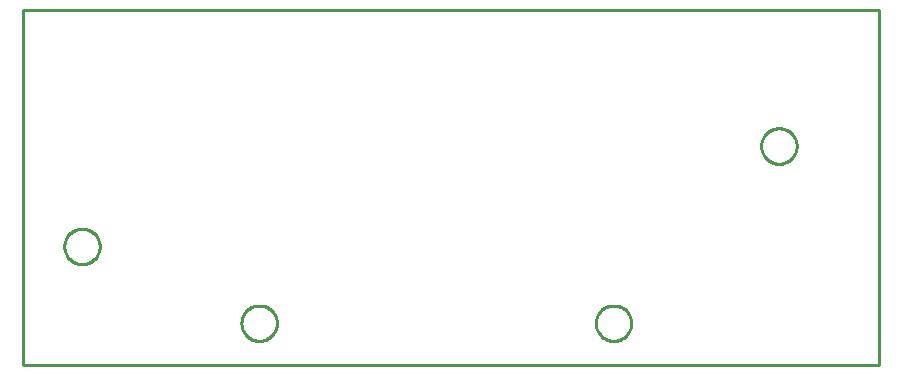
<source format=gbr>
G04 EAGLE Gerber RS-274X export*
G75*
%MOMM*%
%FSLAX34Y34*%
%LPD*%
%IN*%
%IPPOS*%
%AMOC8*
5,1,8,0,0,1.08239X$1,22.5*%
G01*
%ADD10C,0.254000*%


D10*
X0Y0D02*
X725000Y0D01*
X725000Y300000D01*
X0Y300000D01*
X0Y0D01*
X65000Y99464D02*
X64924Y98396D01*
X64771Y97335D01*
X64543Y96288D01*
X64241Y95260D01*
X63867Y94256D01*
X63422Y93281D01*
X62908Y92341D01*
X62329Y91440D01*
X61687Y90582D01*
X60985Y89772D01*
X60228Y89015D01*
X59418Y88313D01*
X58560Y87671D01*
X57659Y87092D01*
X56719Y86578D01*
X55744Y86133D01*
X54740Y85759D01*
X53712Y85457D01*
X52665Y85229D01*
X51604Y85076D01*
X50536Y85000D01*
X49464Y85000D01*
X48396Y85076D01*
X47335Y85229D01*
X46288Y85457D01*
X45260Y85759D01*
X44256Y86133D01*
X43281Y86578D01*
X42341Y87092D01*
X41440Y87671D01*
X40582Y88313D01*
X39772Y89015D01*
X39015Y89772D01*
X38313Y90582D01*
X37671Y91440D01*
X37092Y92341D01*
X36578Y93281D01*
X36133Y94256D01*
X35759Y95260D01*
X35457Y96288D01*
X35229Y97335D01*
X35076Y98396D01*
X35000Y99464D01*
X35000Y100536D01*
X35076Y101604D01*
X35229Y102665D01*
X35457Y103712D01*
X35759Y104740D01*
X36133Y105744D01*
X36578Y106719D01*
X37092Y107659D01*
X37671Y108560D01*
X38313Y109418D01*
X39015Y110228D01*
X39772Y110985D01*
X40582Y111687D01*
X41440Y112329D01*
X42341Y112908D01*
X43281Y113422D01*
X44256Y113867D01*
X45260Y114241D01*
X46288Y114543D01*
X47335Y114771D01*
X48396Y114924D01*
X49464Y115000D01*
X50536Y115000D01*
X51604Y114924D01*
X52665Y114771D01*
X53712Y114543D01*
X54740Y114241D01*
X55744Y113867D01*
X56719Y113422D01*
X57659Y112908D01*
X58560Y112329D01*
X59418Y111687D01*
X60228Y110985D01*
X60985Y110228D01*
X61687Y109418D01*
X62329Y108560D01*
X62908Y107659D01*
X63422Y106719D01*
X63867Y105744D01*
X64241Y104740D01*
X64543Y103712D01*
X64771Y102665D01*
X64924Y101604D01*
X65000Y100536D01*
X65000Y99464D01*
X655000Y184464D02*
X654924Y183396D01*
X654771Y182335D01*
X654543Y181288D01*
X654241Y180260D01*
X653867Y179256D01*
X653422Y178281D01*
X652908Y177341D01*
X652329Y176440D01*
X651687Y175582D01*
X650985Y174772D01*
X650228Y174015D01*
X649418Y173313D01*
X648560Y172671D01*
X647659Y172092D01*
X646719Y171578D01*
X645744Y171133D01*
X644740Y170759D01*
X643712Y170457D01*
X642665Y170229D01*
X641604Y170076D01*
X640536Y170000D01*
X639464Y170000D01*
X638396Y170076D01*
X637335Y170229D01*
X636288Y170457D01*
X635260Y170759D01*
X634256Y171133D01*
X633281Y171578D01*
X632341Y172092D01*
X631440Y172671D01*
X630582Y173313D01*
X629772Y174015D01*
X629015Y174772D01*
X628313Y175582D01*
X627671Y176440D01*
X627092Y177341D01*
X626578Y178281D01*
X626133Y179256D01*
X625759Y180260D01*
X625457Y181288D01*
X625229Y182335D01*
X625076Y183396D01*
X625000Y184464D01*
X625000Y185536D01*
X625076Y186604D01*
X625229Y187665D01*
X625457Y188712D01*
X625759Y189740D01*
X626133Y190744D01*
X626578Y191719D01*
X627092Y192659D01*
X627671Y193560D01*
X628313Y194418D01*
X629015Y195228D01*
X629772Y195985D01*
X630582Y196687D01*
X631440Y197329D01*
X632341Y197908D01*
X633281Y198422D01*
X634256Y198867D01*
X635260Y199241D01*
X636288Y199543D01*
X637335Y199771D01*
X638396Y199924D01*
X639464Y200000D01*
X640536Y200000D01*
X641604Y199924D01*
X642665Y199771D01*
X643712Y199543D01*
X644740Y199241D01*
X645744Y198867D01*
X646719Y198422D01*
X647659Y197908D01*
X648560Y197329D01*
X649418Y196687D01*
X650228Y195985D01*
X650985Y195228D01*
X651687Y194418D01*
X652329Y193560D01*
X652908Y192659D01*
X653422Y191719D01*
X653867Y190744D01*
X654241Y189740D01*
X654543Y188712D01*
X654771Y187665D01*
X654924Y186604D01*
X655000Y185536D01*
X655000Y184464D01*
X215000Y34464D02*
X214924Y33396D01*
X214771Y32335D01*
X214543Y31288D01*
X214241Y30260D01*
X213867Y29256D01*
X213422Y28281D01*
X212908Y27341D01*
X212329Y26440D01*
X211687Y25582D01*
X210985Y24772D01*
X210228Y24015D01*
X209418Y23313D01*
X208560Y22671D01*
X207659Y22092D01*
X206719Y21578D01*
X205744Y21133D01*
X204740Y20759D01*
X203712Y20457D01*
X202665Y20229D01*
X201604Y20076D01*
X200536Y20000D01*
X199464Y20000D01*
X198396Y20076D01*
X197335Y20229D01*
X196288Y20457D01*
X195260Y20759D01*
X194256Y21133D01*
X193281Y21578D01*
X192341Y22092D01*
X191440Y22671D01*
X190582Y23313D01*
X189772Y24015D01*
X189015Y24772D01*
X188313Y25582D01*
X187671Y26440D01*
X187092Y27341D01*
X186578Y28281D01*
X186133Y29256D01*
X185759Y30260D01*
X185457Y31288D01*
X185229Y32335D01*
X185076Y33396D01*
X185000Y34464D01*
X185000Y35536D01*
X185076Y36604D01*
X185229Y37665D01*
X185457Y38712D01*
X185759Y39740D01*
X186133Y40744D01*
X186578Y41719D01*
X187092Y42659D01*
X187671Y43560D01*
X188313Y44418D01*
X189015Y45228D01*
X189772Y45985D01*
X190582Y46687D01*
X191440Y47329D01*
X192341Y47908D01*
X193281Y48422D01*
X194256Y48867D01*
X195260Y49241D01*
X196288Y49543D01*
X197335Y49771D01*
X198396Y49924D01*
X199464Y50000D01*
X200536Y50000D01*
X201604Y49924D01*
X202665Y49771D01*
X203712Y49543D01*
X204740Y49241D01*
X205744Y48867D01*
X206719Y48422D01*
X207659Y47908D01*
X208560Y47329D01*
X209418Y46687D01*
X210228Y45985D01*
X210985Y45228D01*
X211687Y44418D01*
X212329Y43560D01*
X212908Y42659D01*
X213422Y41719D01*
X213867Y40744D01*
X214241Y39740D01*
X214543Y38712D01*
X214771Y37665D01*
X214924Y36604D01*
X215000Y35536D01*
X215000Y34464D01*
X515000Y34464D02*
X514924Y33396D01*
X514771Y32335D01*
X514543Y31288D01*
X514241Y30260D01*
X513867Y29256D01*
X513422Y28281D01*
X512908Y27341D01*
X512329Y26440D01*
X511687Y25582D01*
X510985Y24772D01*
X510228Y24015D01*
X509418Y23313D01*
X508560Y22671D01*
X507659Y22092D01*
X506719Y21578D01*
X505744Y21133D01*
X504740Y20759D01*
X503712Y20457D01*
X502665Y20229D01*
X501604Y20076D01*
X500536Y20000D01*
X499464Y20000D01*
X498396Y20076D01*
X497335Y20229D01*
X496288Y20457D01*
X495260Y20759D01*
X494256Y21133D01*
X493281Y21578D01*
X492341Y22092D01*
X491440Y22671D01*
X490582Y23313D01*
X489772Y24015D01*
X489015Y24772D01*
X488313Y25582D01*
X487671Y26440D01*
X487092Y27341D01*
X486578Y28281D01*
X486133Y29256D01*
X485759Y30260D01*
X485457Y31288D01*
X485229Y32335D01*
X485076Y33396D01*
X485000Y34464D01*
X485000Y35536D01*
X485076Y36604D01*
X485229Y37665D01*
X485457Y38712D01*
X485759Y39740D01*
X486133Y40744D01*
X486578Y41719D01*
X487092Y42659D01*
X487671Y43560D01*
X488313Y44418D01*
X489015Y45228D01*
X489772Y45985D01*
X490582Y46687D01*
X491440Y47329D01*
X492341Y47908D01*
X493281Y48422D01*
X494256Y48867D01*
X495260Y49241D01*
X496288Y49543D01*
X497335Y49771D01*
X498396Y49924D01*
X499464Y50000D01*
X500536Y50000D01*
X501604Y49924D01*
X502665Y49771D01*
X503712Y49543D01*
X504740Y49241D01*
X505744Y48867D01*
X506719Y48422D01*
X507659Y47908D01*
X508560Y47329D01*
X509418Y46687D01*
X510228Y45985D01*
X510985Y45228D01*
X511687Y44418D01*
X512329Y43560D01*
X512908Y42659D01*
X513422Y41719D01*
X513867Y40744D01*
X514241Y39740D01*
X514543Y38712D01*
X514771Y37665D01*
X514924Y36604D01*
X515000Y35536D01*
X515000Y34464D01*
M02*

</source>
